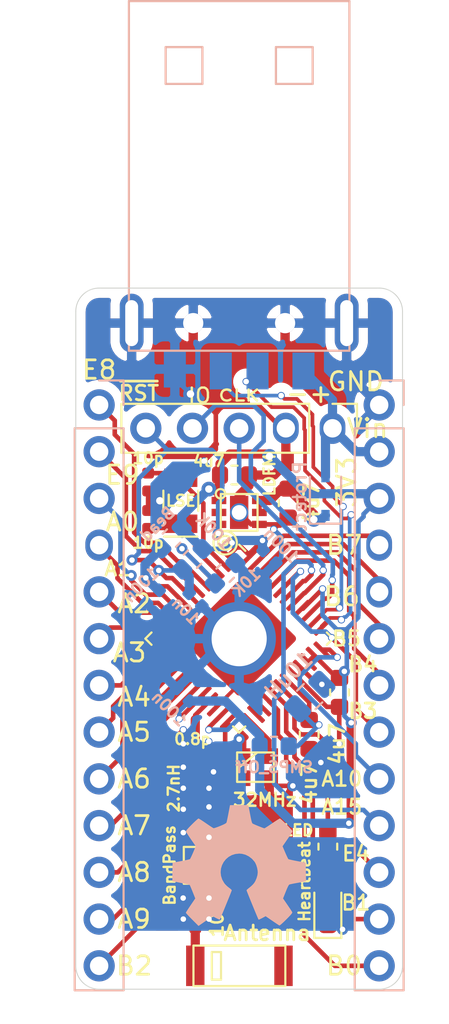
<source format=kicad_pcb>
(kicad_pcb (version 20221018) (generator pcbnew)
  (layers (0 "F.Cu" signal) (31 "B.Cu" signal) (34 "B.Paste" user) (35 "F.Paste" user) (36 "B.SilkS" user "B.Silkscreen") (37 "F.SilkS" user "F.Silkscreen") (38 "B.Mask" user) (39 "F.Mask" user) (44 "Edge.Cuts" user))
  (net 0 "")
  (net 1 "Net-(AE1-Pad1)")
  (net 2 "RF1")
  (net 3 "GND")
  (net 4 "Net-(C2-Pad2)")
  (net 5 "Net-(C3-Pad2)")
  (net 6 "VDD")
  (net 7 "Net-(C7-Pad2)")
  (net 8 "Net-(C8-Pad1)")
  (net 9 "Net-(C9-Pad2)")
  (net 10 "VAA")
  (net 11 "Net-(C12-Pad2)")
  (net 12 "~{RST}")
  (net 13 "VPP")
  (net 14 "SWCLK")
  (net 15 "SWDIO")
  (net 16 "USB_D-")
  (net 17 "USB_D+")
  (net 18 "B2")
  (net 19 "A9")
  (net 20 "A8")
  (net 21 "A7")
  (net 22 "A6")
  (net 23 "A5")
  (net 24 "A4")
  (net 25 "A3")
  (net 26 "A2")
  (net 27 "A1")
  (net 28 "A0")
  (net 29 "E8")
  (net 30 "E9")
  (net 31 "B7")
  (net 32 "B6")
  (net 33 "B5")
  (net 34 "B4")
  (net 35 "B3")
  (net 36 "A15")
  (net 37 "A10")
  (net 38 "E4")
  (net 39 "B1")
  (net 40 "B0")
  (net 41 "Net-(L3-Pad1)")
  (net 42 "BOOT0")
  (net 43 "Net-(U1-Pad24)")
  (net 44 "Net-(U1-Pad26)")
  (net 45 "Net-(U1-Pad27)")
  (net 46 "Net-(U2-Pad2)")
  (net 47 "Net-(U1-Pad25)")
  (net 48 "Net-(D2-Pad2)")
  (footprint "STM32WB55Cx_bb:AA029_BLE-WiFi_Antenna" (layer "F.Cu") (at 210.8327 114.3 -90)
    (fp_text reference "AE1")
    (fp_text value "Antenna")
  )
  (footprint "Capacitor_SMD:C_0603_1608Metric" (layer "F.Cu") (at 214.63 101.727 90)
    (fp_text reference "C7")
    (fp_text value "4u7")
  )
  (footprint "STM32WB55Cx_bb:QFN-48-1EP_7x7mm_P0.5mm_EP5.3x5.3mm" (layer "F.Cu") (at 210.82 96.52 -45)
    (fp_text reference "U1")
    (fp_text value "STM32WB55Cx")
  )
  (footprint "STM32WB55Cx_bb:NX2016_XTal" (layer "F.Cu") (at 211.709 103.505)
    (fp_text reference "Y2")
    (fp_text value "32MHz")
  )
  (footprint "Capacitor_SMD:C_0402_1005Metric" (layer "F.Cu") (at 205.867 90.043 -90)
    (fp_text reference "C9")
    (fp_text value "10p")
  )
  (footprint "STM32WB55Cx_bb:LFB21x_SG_Bandpass" (layer "F.Cu") (at 208.4324 108.839 -90)
    (fp_text reference "FL1")
    (fp_text value "BandPass")
  )
  (footprint "Inductor_SMD:L_0402_1005Metric" (layer "F.Cu") (at 208.4324 104.648 -90)
    (fp_text reference "L1")
    (fp_text value "2.7nH")
  )
  (footprint "Capacitor_SMD:C_0402_1005Metric" (layer "F.Cu") (at 208.4324 111.76 90)
    (fp_text reference "C12")
    (fp_text value "10n")
  )
  (footprint "Capacitor_SMD:C_0603_1608Metric" (layer "F.Cu") (at 213.487 89.154 90)
    (fp_text reference "C11")
    (fp_text value "4u7")
  )
  (footprint "Capacitor_SMD:C_0603_1608Metric" (layer "F.Cu") (at 210.566 87.63 180)
    (fp_text reference "C10")
    (fp_text value "4u7")
  )
  (footprint "STM32WB55Cx_bb:ST_LDFM_2x2DFN" (layer "F.Cu") (at 210.82 89.662)
    (fp_text reference "U2")
    (fp_text value "LDFM")
  )
  (footprint "Capacitor_SMD:C_0402_1005Metric" (layer "F.Cu") (at 205.867 88.011 -90)
    (fp_text reference "C8")
    (fp_text value "10p")
  )
  (footprint "Crystal:Crystal_SMD_EuroQuartz_EQ161-2Pin_3.2x1.5mm" (layer "F.Cu") (at 207.645 89.027 90)
    (fp_text reference "Y1")
    (fp_text value "LSE")
  )
  (footprint "Connector_PinHeader_2.54mm:PinHeader_1x05_P2.54mm_Vertical" (layer "F.Cu") (at 215.9 85.09 -90)
    (fp_text reference "J1")
    (fp_text value "Prog")
  )
  (footprint "Resistor_SMD:R_0603_1608Metric" (layer "F.Cu") (at 215.646 107.823 -90)
    (fp_text reference "R3")
    (fp_text value "RLED")
  )
  (footprint "LED_SMD:LED_0603_1608Metric_Pad1.05x0.95mm_HandSolder" (layer "F.Cu") (at 215.646 111.125 90)
    (fp_text reference "D2")
    (fp_text value "Heartbeat")
  )
  (footprint "Capacitor_SMD:C_0603_1608Metric" (layer "F.Cu") (at 216.281 99.441 90)
    (fp_text reference "C6")
    (fp_text value "4u7")
  )
  (footprint "Capacitor_SMD:C_0402_1005Metric" (layer "F.Cu") (at 208.915 102.87 180)
    (fp_text reference "C1")
    (fp_text value "0.8p")
  )
  (footprint "Capacitor_SMD:C_0402_1005Metric" (layer "F.Cu") (at 208.915 106.426 180)
    (fp_text reference "C2")
    (fp_text value "0.3p")
  )
  (footprint "Capacitor_SMD:C_0402_1005Metric" (layer "B.Cu") (at 212.471 92.075 -45)
    (fp_text reference "C5")
    (fp_text value "100n")
  )
  (footprint "Capacitor_SMD:C_0402_1005Metric" (layer "B.Cu") (at 207.772 99.568 -45)
    (fp_text reference "C4")
    (fp_text value "100n")
  )
  (footprint "Diode_SMD:D_SOD-323" (layer "B.Cu") (at 215.519 88.773 90)
    (fp_text reference "D1")
    (fp_text value "Protect")
  )
  (footprint "Resistor_SMD:R_0603_1608Metric" (layer "B.Cu") (at 210.058 92.964 -135)
    (fp_text reference "R1")
    (fp_text value "10K")
  )
  (footprint "Capacitor_SMD:C_0402_1005Metric" (layer "B.Cu") (at 206.121 94.234 45)
    (fp_text reference "C3")
    (fp_text value "100n")
  )
  (footprint "Resistor_SMD:R_0603_1608Metric" (layer "B.Cu") (at 207.137 91.059 -135)
    (fp_text reference "L2")
    (fp_text value "Bead")
  )
  (footprint "Capacitor_SMD:C_0402_1005Metric" (layer "B.Cu") (at 208.445053 94.399053 -45)
    (fp_text reference "C13")
    (fp_text value "10n")
  )
  (footprint "Connector_PinHeader_2.54mm:PinHeader_1x13_P2.54mm_Vertical" (layer "B.Cu") (at 203.2 83.82 180)
    (fp_text reference "J3")
    (fp_text value "GPIO1")
  )
  (footprint "Connector_PinHeader_2.54mm:PinHeader_1x13_P2.54mm_Vertical" (layer "B.Cu") (at 218.44 83.82 180)
    (fp_text reference "J4")
    (fp_text value "GPIO2")
  )
  (footprint "STM32WB55Cx_bb:USBA_Plug_Molex_480372200" (layer "B.Cu") (at 210.82 79.375)
    (fp_text reference "J2")
    (fp_text value "USB")
  )
  (footprint "Resistor_SMD:R_0603_1608Metric" (layer "B.Cu") (at 208.28 92.202 -135)
    (fp_text reference "R2")
    (fp_text value "100K")
  )
  (footprint "Inductor_SMD:L_0805_2012Metric" (layer "B.Cu") (at 214.657913 99.667087 -135)
    (fp_text reference "L3")
    (fp_text value "10uH")
  )
  (footprint "Resistor_SMD:R_0603_1608Metric" (layer "B.Cu") (at 212.725 102.362 180)
    (fp_text reference "JP1")
    (fp_text value "SMPS_Off")
  )
  (footprint "STM32WB55Cx_bb:oshw_logo" (layer "B.Cu") (at 210.82 108.839 180)
    (fp_text reference "G***" hide)
    (fp_text value "LOGO" hide)
  )
  (gr_circle (center 210.058 91.313) (end 209.423 91.313) (stroke (width 0.12)) (fill none) (layer "F.SilkS"))
  (gr_circle (center 209.804 88.646) (end 210.058 88.646) (stroke (width 0.12)) (fill none) (layer "F.SilkS"))
  (gr_circle (center 210.058 91.313) (end 209.677 91.313) (stroke (width 0.12)) (fill none) (layer "F.SilkS"))
  (gr_circle (center 210.058 91.313) (end 209.931 91.313) (stroke (width 0.12)) (fill none) (layer "F.SilkS"))
  (gr_line (start 218.44 115.57) (end 203.2 115.57) (stroke (width 0.05)) (layer "Edge.Cuts"))
  (gr_line (start 201.93 114.3) (end 201.93 78.74) (stroke (width 0.05)) (layer "Edge.Cuts"))
  (gr_line (start 219.71 78.74) (end 219.71 114.3) (stroke (width 0.05)) (layer "Edge.Cuts"))
  (gr_line (start 218.44 77.47) (end 203.2 77.47) (stroke (width 0.05)) (layer "Edge.Cuts"))
  (gr_arc (start 218.44 77.47) (mid 219.338026 77.841974) (end 219.71 78.74) (stroke (width 0.05)) (layer "Edge.Cuts"))
  (gr_arc (start 219.71 114.3) (mid 219.338026 115.198026) (end 218.44 115.57) (stroke (width 0.05)) (layer "Edge.Cuts"))
  (gr_arc (start 203.2 115.57) (mid 202.301974 115.198026) (end 201.93 114.3) (stroke (width 0.05)) (layer "Edge.Cuts"))
  (gr_arc (start 201.93 78.74) (mid 202.301974 77.841974) (end 203.2 77.47) (stroke (width 0.05)) (layer "Edge.Cuts"))
  (gr_text "B4" (at 217.551 97.917) (layer "F.SilkS") (effects (font (size 0.8 0.8))))
  (gr_text "A0" (at 204.47 90.17) (layer "F.SilkS") (effects (font (size 1 1))))
  (gr_text "3V3" (at 216.662 88.011 90) (layer "F.SilkS") (effects (font (size 1 1))))
  (gr_text "~{RST}" (at 205.359 83.185) (layer "F.SilkS") (effects (font (size 0.8 0.8))))
  (gr_text "B5" (at 216.662 96.52) (layer "F.SilkS") (effects (font (size 0.8 0.8) (thickness 0.14))))
  (gr_text "B1" (at 217.17 110.871) (layer "F.SilkS") (effects (font (size 0.8 0.8) (thickness 0.14))))
  (gr_text "A9" (at 205.105 111.76) (layer "F.SilkS") (effects (font (size 1 1))))
  (gr_text "CLK" (at 210.82 83.312) (layer "F.SilkS") (effects (font (size 0.6 0.8) (thickness 0.13))))
  (gr_text "A10" (at 216.408 104.14) (layer "F.SilkS") (effects (font (size 0.8 0.8) (thickness 0.14))))
  (gr_text "IO" (at 208.661 83.312) (layer "F.SilkS") (effects (font (size 0.8 0.8) (thickness 0.13))))
  (gr_text "A1" (at 204.216 92.71) (layer "F.SilkS") (effects (font (size 0.8 0.8) (thickness 0.14))))
  (gr_text "B2" (at 205.105 114.3) (layer "F.SilkS") (effects (font (size 1 1))))
  (gr_text "-" (at 213.995 83.185) (layer "F.SilkS") (effects (font (size 1 1))))
  (gr_text "B6" (at 216.408 94.234) (layer "F.SilkS") (effects (font (size 1 1))))
  (gr_text "A4" (at 205.105 99.695) (layer "F.SilkS") (effects (font (size 1 1))))
  (gr_text "B3" (at 217.551 100.457) (layer "F.SilkS") (effects (font (size 0.8 0.8))))
  (gr_text "A3" (at 204.851 97.282) (layer "F.SilkS") (effects (font (size 1 1))))
  (gr_text "A6" (at 205.105 104.14) (layer "F.SilkS") (effects (font (size 1 1))))
  (gr_text "E8" (at 203.2 81.915) (layer "F.SilkS") (effects (font (size 1 1))))
  (gr_text "E4" (at 217.17 108.204) (layer "F.SilkS") (effects (font (size 0.8 0.8) (thickness 0.14))))
  (gr_text "+" (at 215.265 83.185) (layer "F.SilkS") (effects (font (size 1 1))))
  (gr_text "A8" (at 205.105 109.22) (layer "F.SilkS") (effects (font (size 1 1))))
  (gr_text "E9" (at 204.47 87.63) (layer "F.SilkS") (effects (font (size 1 1))))
  (gr_text "A7" (at 205.105 106.68) (layer "F.SilkS") (effects (font (size 1 1))))
  (gr_text "A2" (at 205.105 94.615) (layer "F.SilkS") (effects (font (size 1 1))))
  (gr_text "B0" (at 216.535 114.3) (layer "F.SilkS") (effects (font (size 1 1))))
  (gr_text "A5" (at 205.105 101.6) (layer "F.SilkS") (effects (font (size 1 1))))
  (gr_text "Vin" (at 217.805 85.09) (layer "F.SilkS") (effects (font (size 1 1))))
  (gr_text "B7" (at 216.535 91.44) (layer "F.SilkS") (effects (font (size 1 1))))
  (gr_text "A15" (at 216.408 105.664) (layer "F.SilkS") (effects (font (size 0.8 0.8) (thickness 0.14))))
  (gr_text "GND" (at 217.17 82.55) (layer "F.SilkS") (effects (font (size 1 1))))
  (segment (start 208.4324 114.2997) (end 208.4327 114.3) (width 0.5) (layer "F.Cu") (net 1))
  (segment (start 208.4324 112.245) (end 208.4324 114.2997) (width 0.5) (layer "F.Cu") (net 1))
  (segment (start 208.43 102.87) (end 208.43 104.1606) (width 0.5) (layer "F.Cu") (net 2))
  (segment (start 208.43 100.9166) (end 208.43 100.677767) (width 0.25) (layer "F.Cu") (net 2))
  (segment (start 208.43 104.1606) (end 208.4324 104.163) (width 0.5) (layer "F.Cu") (net 2))
  (segment (start 208.43 102.87) (end 208.43 100.9166) (width 0.5) (layer "F.Cu") (net 2))
  (segment (start 208.43 100.677767) (end 209.193654 99.914113) (width 0.25) (layer "F.Cu") (net 2))
  (segment (start 211.92 90.312) (end 213.1165 90.312) (width 0.25) (layer "F.Cu") (net 3))
  (segment (start 209.423 103.759) (end 209.423 102.893) (width 0.25) (layer "F.Cu") (net 3))
  (segment (start 209.423 110.863) (end 210.033999 110.252001) (width 0.5) (layer "F.Cu") (net 3))
  (segment (start 212.701379 90.574621) (end 212.901378 90.374622) (width 0.25) (layer "F.Cu") (net 3))
  (segment (start 210.82 88.7385) (end 211.3535 88.205) (width 0.5) (layer "F.Cu") (net 3))
  (segment (start 207.518 101.854) (end 207.518 101.735) (width 0.25) (layer "F.Cu") (net 3))
  (segment (start 209.423 104.394) (end 209.423 103.759) (width 0.5) (layer "F.Cu") (net 3))
  (segment (start 208.57 83.225) (end 209.259999 83.914999) (width 0.25) (layer "F.Cu") (net 3))
  (segment (start 216.127394 112) (end 216.445818 112.318424) (width 0.25) (layer "F.Cu") (net 3))
  (segment (start 214.63 102.5145) (end 214.63 102.616) (width 0.25) (layer "F.Cu") (net 3))
  (segment (start 212.875 104.521) (end 212.459 104.105) (width 0.25) (layer "F.Cu") (net 3))
  (segment (start 205.867 88.496) (end 205.867 89.027) (width 0.25) (layer "F.Cu") (net 3))
  (segment (start 214.63 102.616) (end 215.265 103.251) (width 0.25) (layer "F.Cu") (net 3))
  (segment (start 210.959 102.12) (end 210.82 101.981) (width 0.25) (layer "F.Cu") (net 3))
  (segment (start 216.266 100.2435) (end 216.281 100.2285) (width 0.25) (layer "F.Cu") (net 3))
  (segment (start 209.177 111.76) (end 209.423 111.514) (width 0.25) (layer "F.Cu") (net 3))
  (segment (start 208.57 83.225) (end 208.17 83.225) (width 0.25) (layer "F.Cu") (net 3))
  (segment (start 209.55 86.233) (end 209.55 84.205) (width 0.25) (layer "F.Cu") (net 3))
  (segment (start 208.915 86.868) (end 209.55 86.233) (width 0.25) (layer "F.Cu") (net 3))
  (segment (start 210.033999 110.252001) (end 210.033999 105.004999) (width 0.5) (layer "F.Cu") (net 3))
  (segment (start 212.725 87.63) (end 213.36 86.995) (width 0.5) (layer "F.Cu") (net 3))
  (segment (start 211.958945 83.914999) (end 213.133946 85.09) (width 0.25) (layer "F.Cu") (net 3))
  (segment (start 212.901378 90.374622) (end 213.053878 90.374622) (width 0.25) (layer "F.Cu") (net 3))
  (segment (start 209.55 84.205) (end 209.259999 83.914999) (width 0.25) (layer "F.Cu") (net 3))
  (segment (start 213.36 85.09) (end 213.36 86.995) (width 0.5) (layer "F.Cu") (net 3))
  (segment (start 211.92 90.312) (end 211.47 90.312) (width 0.25) (layer "F.Cu") (net 3))
  (segment (start 211.3535 87.63) (end 212.725 87.63) (width 0.5) (layer "F.Cu") (net 3))
  (segment (start 207.07701 110.55701) (end 207.07701 102.29499) (width 0.5) (layer "F.Cu") (net 3))
  (segment (start 210.82 98.994874) (end 210.82 96.52) (width 0.2) (layer "F.Cu") (net 3))
  (segment (start 207.518 110.871) (end 207.772 110.617) (width 0.25) (layer "F.Cu") (net 3))
  (segment (start 209.259999 83.914999) (end 211.958945 83.914999) (width 0.25) (layer "F.Cu") (net 3))
  (segment (start 209.547208 100.267666) (end 210.82 98.994874) (width 0.2) (layer "F.Cu") (net 3))
  (segment (start 209.423 110.863) (end 209.177 110.617) (width 0.25) (layer "F.Cu") (net 3))
  (segment (start 213.36 85.09) (end 213.36 85.6235) (width 0.5) (layer "F.Cu") (net 3))
  (segment (start 211.47 90.312) (end 210.82 89.662) (width 0.25) (layer "F.Cu") (net 3))
  (segment (start 205.867 89.027) (end 205.867 89.535) (width 0.25) (layer "F.Cu") (net 3))
  (segment (start 211.3535 88.205) (end 211.3535 87.63) (width 0.5) (layer "F.Cu") (net 3))
  (segment (start 207.518 101.735) (end 207.78 101.473) (width 0.25) (layer "F.Cu") (net 3))
  (segment (start 215.58916 100.2285) (end 216.281 100.2285) (width 0.25) (layer "F.Cu") (net 3))
  (segment (start 213.053878 90.374622) (end 213.1165 90.312) (width 0.25) (layer "F.Cu") (net 3))
  (segment (start 213.741 104.521) (end 212.875 104.521) (width 0.25) (layer "F.Cu") (net 3))
  (segment (start 210.033999 105.004999) (end 209.423 104.394) (width 0.5) (layer "F.Cu") (net 3))
  (segment (start 215.646 112) (end 216.127394 112) (width 0.25) (layer "F.Cu") (net 3))
  (segment (start 207.391 110.871) (end 207.07701 110.55701) (width 0.5) (layer "F.Cu") (net 3))
  (segment (start 209.423 102.893) (end 209.4 102.87) (width 0.25) (layer "F.Cu") (net 3))
  (segment (start 210.959 102.905) (end 210.959 102.12) (width 0.25) (layer "F.Cu") (net 3))
  (segment (start 213.1165 90.312) (end 213.487 89.9415) (width 0.25) (layer "F.Cu") (net 3))
  (segment (start 207.518 111.498) (end 207.518 110.871) (width 0.25) (layer "F.Cu") (net 3))
  (segment (start 216.266 102.235) (end 216.266 100.2435) (width 0.25) (layer "F.Cu") (net 3))
  (segment (start 213.133946 85.09) (end 213.36 85.09) (width 0.25) (layer "F.Cu") (net 3))
  (segment (start 210.82 89.662) (end 210.82 88.7385) (width 0.5) (layer "F.Cu") (net 3))
  (segment (start 207.78 111.76) (end 207.518 111.498) (width 0.25) (layer "F.Cu") (net 3))
  (segment (start 207.07701 102.29499) (end 207.518 101.854) (width 0.5) (layer "F.Cu") (net 3))
  (segment (start 207.518 110.871) (end 207.391 110.871) (width 0.5) (layer "F.Cu") (net 3))
  (segment (start 205.867 89.027) (end 206.502 89.027) (width 0.25) (layer "F.Cu") (net 3))
  (segment (start 209.423 111.514) (end 209.423 110.863) (width 0.25) (layer "F.Cu") (net 3))
  (segment (start 213.860559 98.499899) (end 215.58916 100.2285) (width 0.25) (layer "F.Cu") (net 3))
  (via (at 209.177 111.76) (size 0.4) (drill 0.3) (layers "F.Cu" "B.Cu") (net 3))
  (via (at 207.772 110.617) (size 0.4) (drill 0.3) (layers "F.Cu" "B.Cu") (net 3))
  (via (at 212.701379 90.574621) (size 0.4) (drill 0.3) (layers "F.Cu" "B.Cu") (net 3))
  (via (at 208.915 86.868) (size 0.4) (drill 0.3) (layers "F.Cu" "B.Cu") (net 3))
  (via (at 209.177 107.315) (size 0.4) (drill 0.3) (layers "F.Cu" "B.Cu") (net 3))
  (via (at 209.177 104.648) (size 0.4) (drill 0.3) (layers "F.Cu" "B.Cu") (net 3))
  (via (at 207.78 111.76) (size 0.4) (drill 0.3) (layers "F.Cu" "B.Cu") (net 3))
  (via (at 213.741 104.521) (size 0.6) (drill 0.3) (layers "F.Cu" "B.Cu") (net 3))
  (via (at 207.78 101.473) (size 0.4) (drill 0.3) (layers "F.Cu" "B.Cu") (net 3))
  (via (at 207.78 104.648) (size 0.4) (drill 0.3) (layers "F.Cu" "B.Cu") (net 3))
  (via (at 209.177 110.617) (size 0.4) (drill 0.3) (layers "F.Cu" "B.Cu") (net 3))
  (via (at 208.17 83.225) (size 0.8) (drill 0.4) (layers "F.Cu" "B.Cu") (net 3))
  (via (at 210.82 101.981) (size 0.6) (drill 0.3) (layers "F.Cu" "B.Cu") (net 3))
  (via (at 215.265 103.251) (size 0.6) (drill 0.3) (layers "F.Cu" "B.Cu") (net 3))
  (via (at 209.169 102.108) (size 0.4) (drill 0.3) (layers "F.Cu" "B.Cu") (net 3))
  (via (at 209.423 103.759) (size 0.6) (drill 0.3) (layers "F.Cu" "B.Cu") (net 3))
  (via (at 216.445818 112.318424) (size 0.6) (drill 0.3) (layers "F.Cu" "B.Cu") (net 3))
  (via (at 207.78 107.061) (size 0.4) (drill 0.3) (layers "F.Cu" "B.Cu") (net 3))
  (via (at 207.78 103.505) (size 0.4) (drill 0.3) (layers "F.Cu" "B.Cu") (net 3))
  (via (at 209.177 105.664) (size 0.4) (drill 0.3) (layers "F.Cu" "B.Cu") (net 3))
  (via (at 207.78 105.791) (size 0.4) (drill 0.3) (layers "F.Cu" "B.Cu") (net 3))
  (via (at 216.266 102.235) (size 0.4) (drill 0.3) (layers "F.Cu" "B.Cu") (net 3))
  (via (at 206.502 89.027) (size 0.8) (drill 0.4) (layers "F.Cu" "B.Cu") (net 3))
  (via (at 207.78 102.235) (size 0.4) (drill 0.3) (layers "F.Cu" "B.Cu") (net 3))
  (segment (start 210.614847 92.407153) (end 211.021433 92.813739) (width 0.5) (layer "B.Cu") (net 3))
  (segment (start 213.110931 92.120963) (end 213.110931 90.984173) (width 0.25) (layer "B.Cu") (net 3))
  (segment (start 215.265 103.251) (end 215.265 103.236) (width 0.25) (layer "B.Cu") (net 3))
  (segment (start 215.265 103.251) (end 215.011 103.251) (width 0.25) (layer "B.Cu") (net 3))
  (segment (start 213.110931 90.984173) (end 212.701379 90.574621) (width 0.25) (layer "B.Cu") (net 3))
  (segment (start 216.445818 111.89416) (end 216.408 111.856342) (width 0.25) (layer "B.Cu") (net 3))
  (segment (start 210.82 96.52) (end 210.82 94.411894) (width 0.5) (layer "B.Cu") (net 3))
  (segment (start 212.813947 92.417947) (end 213.110931 92.120963) (width 0.25) (layer "B.Cu") (net 3))
  (segment (start 210.82 101.981) (end 210.82 102.362) (width 0.25) (layer "B.Cu") (net 3))
  (segment (start 210.82 96.52) (end 210.566 96.52) (width 0.5) (layer "B.Cu") (net 3))
  (segment (start 206.502 89.027) (end 208.661 86.868) (width 0.25) (layer "B.Cu") (net 3))
  (segment (start 211.035947 94.195947) (end 212.813947 92.417947) (width 0.5) (layer "B.Cu") (net 3))
  (segment (start 210.566 96.52) (end 208.788 94.742) (width 0.5) (layer "B.Cu") (net 3))
  (segment (start 211.021433 94.181433) (end 211.035947 94.195947) (width 0.5) (layer "B.Cu") (net 3))
  (segment (start 215.011 103.251) (end 213.741 104.521) (width 0.25) (layer "B.Cu") (net 3))
  (segment (start 216.445818 112.318424) (end 216.445818 111.89416) (width 0.25) (layer "B.Cu") (net 3))
  (segment (start 211.021433 92.813739) (end 211.021433 94.181433) (width 0.5) (layer "B.Cu") (net 3))
  (segment (start 208.661 86.868) (end 208.915 86.868) (width 0.25) (layer "B.Cu") (net 3))
  (segment (start 207.32 82.375) (end 208.17 83.225) (width 0.25) (layer "B.Cu") (net 3))
  (segment (start 210.134106 96.52) (end 210.82 96.52) (width 0.5) (layer "B.Cu") (net 3))
  (segment (start 215.265 103.236) (end 216.266 102.235) (width 0.25) (layer "B.Cu") (net 3))
  (segment (start 210.82 94.411894) (end 211.035947 94.195947) (width 0.5) (layer "B.Cu") (net 3))
  (segment (start 207.32 81.875) (end 207.32 82.375) (width 0.25) (layer "B.Cu") (net 3))
  (segment (start 210.82 102.362) (end 209.423 103.759) (width 0.25) (layer "B.Cu") (net 3))
  (segment (start 207.429053 99.225053) (end 210.134106 96.52) (width 0.5) (layer "B.Cu") (net 3))
  (segment (start 208.43 106.426) (end 208.43 107.6866) (width 0.5) (layer "F.Cu") (net 4))
  (segment (start 208.43 107.6866) (end 208.4324 107.689) (width 0.5) (layer "F.Cu") (net 4))
  (segment (start 208.4324 106.4236) (end 208.43 106.426) (width 0.5) (layer "F.Cu") (net 4))
  (segment (start 208.4324 105.133) (end 208.4324 106.4236) (width 0.5) (layer "F.Cu") (net 4))
  (segment (start 207.779441 94.540101) (end 206.91837 93.67903) (width 0.25) (layer "F.Cu") (net 5))
  (segment (start 206.91837 93.67903) (end 206.20103 93.67903) (width 0.25) (layer "F.Cu") (net 5))
  (segment (start 206.20103 93.67903) (end 205.74 93.218) (width 0.25) (layer "F.Cu") (net 5))
  (via (at 205.74 93.218) (size 0.6) (drill 0.3) (layers "F.Cu" "B.Cu") (net 5))
  (segment (start 205.74 93.217298) (end 205.694682 93.17198) (width 0.5) (layer "B.Cu") (net 5))
  (segment (start 206.413053 93.891053) (end 206.463947 93.891053) (width 0.5) (layer "B.Cu") (net 5))
  (segment (start 205.74 93.218) (end 206.413053 93.891053) (width 0.5) (layer "B.Cu") (net 5))
  (segment (start 205.694682 93.17198) (end 205.694682 92.501318) (width 0.5) (layer "B.Cu") (net 5))
  (segment (start 205.74 93.218) (end 205.74 93.217298) (width 0.5) (layer "B.Cu") (net 5))
  (segment (start 205.694682 92.501318) (end 205.867 92.329) (width 0.5) (layer "B.Cu") (net 5))
  (segment (start 206.580153 91.615847) (end 205.867 92.329) (width 0.5) (layer "B.Cu") (net 5))
  (segment (start 209.253 88.476) (end 209.169 88.392) (width 0.5) (layer "F.Cu") (net 6))
  (segment (start 209.7785 87.63) (end 209.7785 88.205) (width 0.5) (layer "F.Cu") (net 6))
  (segment (start 210.312 86.487) (end 212.344 86.487) (width 0.5) (layer "F.Cu") (net 6))
  (segment (start 209.72 88.476) (end 209.72 88.222) (width 0.5) (layer "F.Cu") (net 6))
  (segment (start 209.7785 88.205) (end 209.72 88.2635) (width 0.5) (layer "F.Cu") (net 6))
  (segment (start 209.72 89.012) (end 209.72 88.75504) (width 0.25) (layer "F.Cu") (net 6))
  (segment (start 209.72 88.75504) (end 209.72 88.476) (width 0.5) (layer "F.Cu") (net 6))
  (segment (start 210.958169 91.567) (end 211.421041 92.029872) (width 0.25) (layer "F.Cu") (net 6))
  (segment (start 214.284026 94.893654) (end 215.35834 93.81934) (width 0.25) (layer "F.Cu") (net 6))
  (segment (start 216.916 106.426) (end 216.789 106.553) (width 0.5) (layer "F.Cu") (net 6))
  (segment (start 210.681831 91.567) (end 210.958169 91.567) (width 0.25) (layer "F.Cu") (net 6))
  (segment (start 216.545 98.3895) (end 216.281 98.6535) (width 0.25) (layer "F.Cu") (net 6))
  (segment (start 210.681831 91.555831) (end 210.439 91.313) (width 0.25) (layer "F.Cu") (net 6))
  (segment (start 216.13548 98.6535) (end 214.921219 97.439239) (width 0.25) (layer "F.Cu") (net 6))
  (segment (start 209.72 88.2635) (end 209.72 88.476) (width 0.5) (layer "F.Cu") (net 6))
  (segment (start 208.840101 99.560559) (end 208.840101 99.595917) (width 0.25) (layer "F.Cu") (net 6))
  (segment (start 214.921219 97.439239) (end 214.567666 97.792792) (width 0.25) (layer "F.Cu") (net 6))
  (segment (start 214.214113 94.893654) (end 214.284026 94.893654) (width 0.25) (layer "F.Cu") (net 6))
  (segment (start 209.72 88.476) (end 209.253 88.476) (width 0.5) (layer "F.Cu") (net 6))
  (segment (start 209.169 101.35298) (end 209.169 101.473) (width 0.25) (layer "F.Cu") (net 6))
  (segment (start 212.344 86.487) (end 212.471 86.614) (width 0.5) (layer "F.Cu") (net 6))
  (segment (start 216.281 98.6535) (end 216.13548 98.6535) (width 0.25) (layer "F.Cu") (net 6))
  (segment (start 211.421041 91.854959) (end 212.09 91.186) (width 0.25) (layer "F.Cu") (net 6))
  (segment (start 210.681831 91.567) (end 210.681831 91.555831) (width 0.25) (layer "F.Cu") (net 6))
  (segment (start 209.7785 87.63) (end 209.7785 87.0205) (width 0.5) (layer "F.Cu") (net 6))
  (segment (start 210.218959 92.029872) (end 210.681831 91.567) (width 0.25) (layer "F.Cu") (net 6))
  (segment (start 209.7785 87.0205) (end 210.312 86.487) (width 0.5) (layer "F.Cu") (net 6))
  (segment (start 211.421041 92.029872) (end 211.421041 91.854959) (width 0.25) (layer "F.Cu") (net 6))
  (segment (start 209.900761 100.621219) (end 209.169 101.35298) (width 0.25) (layer "F.Cu") (net 6))
  (segment (start 208.840101 99.595917) (end 207.558009 100.878009) (width 0.25) (layer "F.Cu") (net 6))
  (segment (start 216.916 101.092) (end 216.916 106.426) (width 0.5) (layer "F.Cu") (net 6))
  (segment (start 216.545 98.298) (end 216.545 98.3895) (width 0.25) (layer "F.Cu") (net 6))
  (via (at 207.558009 100.878009) (size 0.4) (drill 0.3) (layers "F.Cu" "B.Cu") (net 6))
  (via (at 209.169 88.392) (size 0.8) (drill 0.4) (layers "F.Cu" "B.Cu") (net 6))
  (via (at 216.789 106.553) (size 0.6) (drill 0.3) (layers "F.Cu" "B.Cu") (net 6))
  (via (at 212.09 91.186) (size 0.6) (drill 0.3) (layers "F.Cu" "B.Cu") (net 6))
  (via (at 209.169 101.473) (size 0.4) (drill 0.3) (layers "F.Cu" "B.Cu") (net 6))
  (via (at 216.545 98.298) (size 0.6) (drill 0.3) (layers "F.Cu" "B.Cu") (net 6))
  (via (at 212.471 86.614) (size 0.8) (drill 0.4) (layers "F.Cu" "B.Cu") (net 6))
  (via (at 210.439 91.313) (size 0.6) (drill 0.3) (layers "F.Cu" "B.Cu") (net 6))
  (via (at 215.35834 93.81934) (size 0.4) (drill 0.3) (layers "F.Cu" "B.Cu") (net 6))
  (via (at 216.916 101.092) (size 0.6) (drill 0.3) (layers "F.Cu" "B.Cu") (net 6))
  (segment (start 215.35834 93.81934) (end 215.35834 95.247031) (width 0.25) (layer "B.Cu") (net 6))
  (segment (start 208.586979 99.910947) (end 208.114947 99.910947) (width 0.5) (layer "B.Cu") (net 6))
  (segment (start 216.789 106.553) (end 213.741 106.553) (width 0.5) (layer "B.Cu") (net 6))
  (segment (start 214.503 88.646) (end 218.186 88.646) (width 0.5) (layer "B.Cu") (net 6))
  (segment (start 215.35834 95.247031) (end 216.131853 96.020544) (width 0.25) (layer "B.Cu") (net 6))
  (segment (start 210.90425 100.75375) (end 210.061447 99.910947) (width 0.5) (layer "B.Cu") (net 6))
  (segment (start 216.679001 98.163999) (end 216.545 98.298) (width 0.25) (layer "B.Cu") (net 6))
  (segment (start 216.545 100.721) (end 216.916 101.092) (width 0.25) (layer "B.Cu") (net 6))
  (segment (start 216.679001 96.046089) (end 216.679001 98.163999) (width 0.25) (layer "B.Cu") (net 6))
  (segment (start 212.09 91.186) (end 210.566 91.186) (width 0.5) (layer "B.Cu") (net 6))
  (segment (start 217.308865 90.173137) (end 217.590001 89.892001) (width 0.25) (layer "B.Cu") (net 6))
  (segment (start 217.590001 89.892001) (end 217.590001 89.749999) (width 0.25) (layer "B.Cu") (net 6))
  (segment (start 211.9375 101.787) (end 210.90425 100.75375) (width 0.5) (layer "B.Cu") (net 6))
  (segment (start 218.059 88.9) (end 218.44 88.9) (width 0.5) (layer "B.Cu") (net 6))
  (segment (start 207.693847 89.867153) (end 209.169 88.392) (width 0.5) (layer "B.Cu") (net 6))
  (segment (start 216.131853 96.020544) (end 216.653456 96.020544) (width 0.25) (layer "B.Cu") (net 6))
  (segment (start 212.471 86.614) (end 214.503 88.646) (width 0.5) (layer "B.Cu") (net 6))
  (segment (start 208.836847 91.645153) (end 207.693847 90.502153) (width 0.5) (layer "B.Cu") (net 6))
  (segment (start 217.932 88.9) (end 218.44 88.9) (width 0.5) (layer "B.Cu") (net 6))
  (segment (start 207.558009 100.467885) (end 208.114947 99.910947) (width 0.25) (layer "B.Cu") (net 6))
  (segment (start 209.169 101.473) (end 210.185 101.473) (width 0.25) (layer "B.Cu") (net 6))
  (segment (start 217.297 95.377) (end 217.297 95.273453) (width 0.25) (layer "B.Cu") (net 6))
  (segment (start 212.09 91.186) (end 212.09 91.694) (width 0.5) (layer "B.Cu") (net 6))
  (segment (start 207.693847 90.502153) (end 207.693847 89.867153) (width 0.5) (layer "B.Cu") (net 6))
  (segment (start 216.545 98.298) (end 216.545 100.721) (width 0.25) (layer "B.Cu") (net 6))
  (segment (start 210.566 91.186) (end 210.439 91.313) (width 0.5) (layer "B.Cu") (net 6))
  (segment (start 211.9375 103.4795) (end 211.9375 102.362) (width 0.5) (layer "B.Cu") (net 6))
  (segment (start 210.439 91.313) (end 210.106847 91.645153) (width 0.25) (layer "B.Cu") (net 6))
  (segment (start 217.297 95.273453) (end 217.308865 95.261588) (width 0.25) (layer "B.Cu") (net 6))
  (segment (start 217.590001 89.749999) (end 218.44 88.9) (width 0.25) (layer "B.Cu") (net 6))
  (segment (start 211.9375 104.7495) (end 211.9375 103.4795) (width 0.5) (layer "B.Cu") (net 6))
  (segment (start 217.308865 95.261588) (end 217.308865 90.173137) (width 0.25) (layer "B.Cu") (net 6))
  (segment (start 216.653456 96.020544) (end 217.297 95.377) (width 0.25) (layer "B.Cu") (net 6))
  (segment (start 216.653456 96.020544) (end 216.679001 96.046089) (width 0.25) (layer "B.Cu") (net 6))
  (segment (start 210.106847 91.645153) (end 208.836847 91.645153) (width 0.25) (layer "B.Cu") (net 6))
  (segment (start 213.741 106.553) (end 211.9375 104.7495) (width 0.5) (layer "B.Cu") (net 6))
  (segment (start 211.9375 102.362) (end 211.9375 101.787) (width 0.5) (layer "B.Cu") (net 6))
  (segment (start 207.558009 100.878009) (end 207.558009 100.467885) (width 0.25) (layer "B.Cu") (net 6))
  (segment (start 210.061447 99.910947) (end 208.586979 99.910947) (width 0.5) (layer "B.Cu") (net 6))
  (segment (start 210.185 101.473) (end 210.90425 100.75375) (width 0.25) (layer "B.Cu") (net 6))
  (segment (start 218.186 88.646) (end 218.44 88.9) (width 0.5) (layer "B.Cu") (net 6))
  (segment (start 212.09 91.694) (end 212.128053 91.732053) (width 0.5) (layer "B.Cu") (net 6))
  (segment (start 213.507006 98.853452) (end 214.63 99.976446) (width 0.25) (layer "F.Cu") (net 7))
  (segment (start 214.63 99.976446) (end 214.63 100.9395) (width 0.25) (layer "F.Cu") (net 7))
  (segment (start 215.156827 101.206732) (end 214.897232 101.206732) (width 0.25) (layer "F.Cu") (net 7))
  (segment (start 214.897232 101.206732) (end 214.63 100.9395) (width 0.25) (layer "F.Cu") (net 7))
  (via (at 215.156827 101.206732) (size 0.4) (drill 0.3) (layers "F.Cu" "B.Cu") (net 7))
  (segment (start 215.156827 101.206732) (end 214.871732 101.206732) (width 0.25) (layer "B.Cu") (net 7))
  (segment (start 214.001559 102.362) (end 215.156827 101.206732) (width 0.25) (layer "B.Cu") (net 7))
  (segment (start 214.871732 101.206732) (end 213.995 100.33) (width 0.25) (layer "B.Cu") (net 7))
  (segment (start 213.5125 102.362) (end 214.001559 102.362) (width 0.25) (layer "B.Cu") (net 7))
  (segment (start 207.394 87.526) (end 207.645 87.777) (width 0.25) (layer "F.Cu") (net 8))
  (segment (start 205.867 87.526) (end 207.394 87.526) (width 0.25) (layer "F.Cu") (net 8))
  (segment (start 208.870001 89.166003) (end 207.645 87.941002) (width 0.25) (layer "F.Cu") (net 8))
  (segment (start 208.870001 91.388021) (end 208.870001 89.166003) (width 0.25) (layer "F.Cu") (net 8))
  (segment (start 209.900761 92.418781) (end 208.870001 91.388021) (width 0.25) (layer "F.Cu") (net 8))
  (segment (start 207.645 87.941002) (end 207.645 87.777) (width 0.25) (layer "F.Cu") (net 8))
  (segment (start 209.547208 92.772334) (end 208.419992 91.645118) (width 0.25) (layer "F.Cu") (net 9))
  (segment (start 208.419992 91.051992) (end 207.645 90.277) (width 0.25) (layer "F.Cu") (net 9))
  (segment (start 208.419992 91.645118) (end 208.419992 91.051992) (width 0.25) (layer "F.Cu") (net 9))
  (segment (start 207.417 90.505) (end 207.645 90.277) (width 0.25) (layer "F.Cu") (net 9))
  (segment (start 205.867 90.505) (end 207.417 90.505) (width 0.25) (layer "F.Cu") (net 9))
  (segment (start 214.884 89.7635) (end 214.884 90.043) (width 0.5) (layer "F.Cu") (net 10))
  (segment (start 211.92 89.662) (end 211.92 89.012) (width 0.25) (layer "F.Cu") (net 10))
  (segment (start 213.487 88.3665) (end 214.884 89.7635) (width 0.5) (layer "F.Cu") (net 10))
  (segment (start 213.487 88.3665) (end 213.1315 88.3665) (width 0.5) (layer "F.Cu") (net 10))
  (segment (start 212.486 89.012) (end 211.92 89.012) (width 0.5) (layer "F.Cu") (net 10))
  (segment (start 213.1315 88.3665) (end 212.486 89.012) (width 0.5) (layer "F.Cu") (net 10))
  (via (at 214.884 90.043) (size 0.8) (drill 0.4) (layers "F.Cu" "B.Cu") (net 10))
  (segment (start 214.884 90.043) (end 215.299 90.043) (width 0.5) (layer "B.Cu") (net 10))
  (segment (start 215.299 90.043) (end 215.519 89.823) (width 0.5) (layer "B.Cu") (net 10))
  (segment (start 208.4324 109.989) (end 208.4324 111.275) (width 0.5) (layer "F.Cu") (net 11))
  (segment (start 205.883818 92.251114) (end 204.987647 92.251114) (width 0.25) (layer "F.Cu") (net 12))
  (segment (start 209.72 90.762) (end 209.677 90.805) (width 0.25) (layer "F.Cu") (net 12))
  (segment (start 206.861724 93.22902) (end 206.444683 92.811979) (width 0.25) (layer "F.Cu") (net 12))
  (segment (start 208.132994 94.186548) (end 207.175466 93.22902) (width 0.25) (layer "F.Cu") (net 12))
  (segment (start 206.444683 92.811979) (end 205.883818 92.251114) (width 0.25) (layer "F.Cu") (net 12))
  (segment (start 209.72 90.312) (end 209.72 90.762) (width 0.25) (layer "F.Cu") (net 12))
  (segment (start 207.175466 93.22902) (end 206.861724 93.22902) (width 0.25) (layer "F.Cu") (net 12))
  (via (at 209.677 90.805) (size 0.6) (drill 0.3) (layers "F.Cu" "B.Cu") (net 12))
  (via (at 204.987647 92.251114) (size 0.6) (drill 0.3) (layers "F.Cu" "B.Cu") (net 12))
  (via (at 206.444683 92.811979) (size 0.6) (drill 0.3) (layers "F.Cu" "B.Cu") (net 12))
  (segment (start 206.915001 86.265001) (end 205.74 85.09) (width 0.25) (layer "B.Cu") (net 12))
  (segment (start 205.359 87.821002) (end 205.359 91.879761) (width 0.25) (layer "B.Cu") (net 12))
  (segment (start 208.102106 94.056106) (end 208.102106 93.1378) (width 0.5) (layer "B.Cu") (net 12))
  (segment (start 207.670021 92.811979) (end 207.723153 92.758847) (width 0.25) (layer "B.Cu") (net 12))
  (segment (start 209.894001 86.831001) (end 209.328001 86.265001) (width 0.25) (layer "B.Cu") (net 12))
  (segment (start 209.328001 86.265001) (end 206.915001 86.265001) (width 0.25) (layer "B.Cu") (net 12))
  (segment (start 209.677 89.154) (end 209.894001 88.936999) (width 0.25) (layer "B.Cu") (net 12))
  (segment (start 207.674306 92.71) (end 207.723153 92.758847) (width 0.25) (layer "B.Cu") (net 12))
  (segment (start 209.894001 88.936999) (end 209.894001 86.831001) (width 0.25) (layer "B.Cu") (net 12))
  (segment (start 206.915001 86.265001) (end 205.359 87.821002) (width 0.25) (layer "B.Cu") (net 12))
  (segment (start 208.102106 93.1378) (end 207.723153 92.758847) (width 0.5) (layer "B.Cu") (net 12))
  (segment (start 209.677 90.805) (end 209.677 89.154) (width 0.25) (layer "B.Cu") (net 12))
  (segment (start 206.444683 92.811979) (end 207.670021 92.811979) (width 0.25) (layer "B.Cu") (net 12))
  (segment (start 205.359 91.879761) (end 204.987647 92.251114) (width 0.25) (layer "B.Cu") (net 12))
  (segment (start 215.519 87.723) (end 215.519 85.471) (width 0.5) (layer "B.Cu") (net 13))
  (segment (start 215.9 83.555) (end 214.32 81.975) (width 0.5) (layer "B.Cu") (net 13))
  (segment (start 218.44 86.36) (end 217.17 86.36) (width 0.5) (layer "B.Cu") (net 13))
  (segment (start 215.9 85.09) (end 215.9 83.555) (width 0.5) (layer "B.Cu") (net 13))
  (segment (start 215.519 85.471) (end 215.9 85.09) (width 0.5) (layer "B.Cu") (net 13))
  (segment (start 217.17 86.36) (end 215.9 85.09) (width 0.5) (layer "B.Cu") (net 13))
  (segment (start 215.392 93.043216) (end 215.392 92.80703) (width 0.25) (layer "F.Cu") (net 14))
  (segment (start 213.860559 94.540101) (end 214.355533 94.045127) (width 0.25) (layer "F.Cu") (net 14))
  (segment (start 214.355533 94.045127) (end 214.390089 94.045127) (width 0.25) (layer "F.Cu") (net 14))
  (segment (start 214.390089 94.045127) (end 215.392 93.043216) (width 0.25) (layer "F.Cu") (net 14))
  (via (at 215.392 92.80703) (size 0.4) (drill 0.3) (layers "F.Cu" "B.Cu") (net 14))
  (segment (start 215.392 92.522778) (end 210.82 87.950778) (width 0.25) (layer "B.Cu") (net 14))
  (segment (start 215.392 92.80703) (end 215.392 92.522778) (width 0.25) (layer "B.Cu") (net 14))
  (segment (start 210.82 87.950778) (end 210.82 85.09) (width 0.25) (layer "B.Cu") (net 14))
  (segment (start 214.567666 95.247208) (end 215.470533 94.344341) (width 0.25) (layer "F.Cu") (net 15))
  (segment (start 215.470533 94.344341) (end 215.610341 94.344341) (width 0.25) (layer "F.Cu") (net 15))
  (segment (start 215.883854 94.070828) (end 215.883854 93.345) (width 0.25) (layer "F.Cu") (net 15))
  (segment (start 215.610341 94.344341) (end 215.883854 94.070828) (width 0.25) (layer "F.Cu") (net 15))
  (via (at 215.883854 93.345) (size 0.4) (drill 0.3) (layers "F.Cu" "B.Cu") (net 15))
  (segment (start 212.1535 85.7885) (end 212.1535 84.3915) (width 0.25) (layer "B.Cu") (net 15))
  (segment (start 215.883854 93.062158) (end 215.917001 93.029011) (width 0.25) (layer "B.Cu") (net 15))
  (segment (start 215.883854 93.345) (end 215.883854 93.062158) (width 0.25) (layer "B.Cu") (net 15))
  (segment (start 215.917001 92.346001) (end 211.455 87.884) (width 0.25) (layer "B.Cu") (net 15))
  (segment (start 212.1535 84.3915) (end 211.599001 83.837001) (width 0.25) (layer "B.Cu") (net 15))
  (segment (start 209.532999 83.837001) (end 209.129999 84.240001) (width 0.25) (layer "B.Cu") (net 15))
  (segment (start 211.455 87.884) (end 211.455 86.487) (width 0.25) (layer "B.Cu") (net 15))
  (segment (start 215.917001 93.029011) (end 215.917001 92.346001) (width 0.25) (layer "B.Cu") (net 15))
  (segment (start 209.129999 84.240001) (end 208.28 85.09) (width 0.25) (layer "B.Cu") (net 15))
  (segment (start 211.455 86.487) (end 212.1535 85.7885) (width 0.25) (layer "B.Cu") (net 15))
  (segment (start 211.599001 83.837001) (end 209.532999 83.837001) (width 0.25) (layer "B.Cu") (net 15))
  (segment (start 214.36001 85.13821) (end 214.36001 84.525783) (width 0.2) (layer "F.Cu") (net 16))
  (segment (start 214.405 85.1832) (end 214.36001 85.13821) (width 0.2) (layer "F.Cu") (net 16))
  (segment (start 214.405 87.384998) (end 214.405 85.1832) (width 0.2) (layer "F.Cu") (net 16))
  (segment (start 211.201 82.556) (end 211.201 82.55) (width 0.2) (layer "F.Cu") (net 16))
  (segment (start 215.457001 89.029201) (end 215.457001 88.436999) (width 0.2) (layer "F.Cu") (net 16))
  (segment (start 215.310128 95.848249) (end 215.762834 95.395543) (width 0.2) (layer "F.Cu") (net 16))
  (segment (start 211.82 83.175) (end 211.201 82.556) (width 0.2) (layer "F.Cu") (net 16))
  (segment (start 215.310128 95.918959) (end 215.310128 95.848249) (width 0.2) (layer "F.Cu") (net 16))
  (segment (start 215.762834 95.395543) (end 216.283854 95.395543) (width 0.2) (layer "F.Cu") (net 16))
  (segment (start 213.774217 83.93999) (end 212.58499 83.93999) (width 0.2) (layer "F.Cu") (net 16))
  (segment (start 216.283854 95.395543) (end 216.383854 95.495543) (width 0.2) (layer "F.Cu") (net 16))
  (segment (start 216.716001 89.988999) (end 216.416799 89.988999) (width 0.2) (layer "F.Cu") (net 16))
  (segment (start 216.916 89.789) (end 216.716001 89.988999) (width 0.2) (layer "F.Cu") (net 16))
  (segment (start 212.58499 83.93999) (end 211.82 83.175) (width 0.2) (layer "F.Cu") (net 16))
  (segment (start 215.457001 88.436999) (end 214.405 87.384998) (width 0.2) (layer "F.Cu") (net 16))
  (segment (start 214.36001 84.525783) (end 213.774217 83.93999) (width 0.2) (layer "F.Cu") (net 16))
  (segment (start 216.416799 89.988999) (end 215.457001 89.029201) (width 0.2) (layer "F.Cu") (net 16))
  (via (at 216.916 89.789) (size 0.4) (drill 0.3) (layers "F.Cu" "B.Cu") (net 16))
  (via (at 216.383854 95.495543) (size 0.4) (drill 0.3) (layers "F.Cu" "B.Cu") (net 16))
  (via (at 211.201 82.55) (size 0.4) (drill 0.3) (layers "F.Cu" "B.Cu") (net 16))
  (segment (start 216.833854 91.539359) (end 216.833854 89.871146) (width 0.2) (layer "B.Cu") (net 16))
  (segment (start 211.245 82.55) (end 211.82 81.975) (width 0.2) (layer "B.Cu") (net 16))
  (segment (start 216.883855 94.605542) (end 216.833854 94.555541) (width 0.2) (layer "B.Cu") (net 16))
  (segment (start 216.833854 89.871146) (end 216.916 89.789) (width 0.2) (layer "B.Cu") (net 16))
  (segment (start 216.533853 95.345544) (end 216.623855 95.345544) (width 0.2) (layer "B.Cu") (net 16))
  (segment (start 216.623855 95.345544) (end 216.883855 95.085544) (width 0.2) (layer "B.Cu") (net 16))
  (segment (start 216.383854 95.495543) (end 216.533853 95.345544) (width 0.2) (layer "B.Cu") (net 16))
  (segment (start 216.833854 94.555541) (end 216.833854 91.539359) (width 0.2) (layer "B.Cu") (net 16))
  (segment (start 216.883855 95.085544) (end 216.883855 94.605542) (width 0.2) (layer "B.Cu") (net 16))
  (segment (start 211.201 82.55) (end 211.245 82.55) (width 0.2) (layer "B.Cu") (net 16))
  (segment (start 214.855 87.198615) (end 214.855 84.9968) (width 0.2) (layer "F.Cu") (net 17))
  (segment (start 216.281 94.845543) (end 216.203543 94.845543) (width 0.2) (layer "F.Cu") (net 17))
  (segment (start 215.906992 88.766008) (end 215.906992 88.250607) (width 0.2) (layer "F.Cu") (net 17))
  (segment (start 215.906992 88.250607) (end 214.855 87.198615) (width 0.2) (layer "F.Cu") (net 17))
  (segment (start 214.855 84.9968) (end 214.810001 84.951801) (width 0.2) (layer "F.Cu") (net 17))
  (segment (start 216.475454 89.340546) (end 216.275455 89.140547) (width 0.2) (layer "F.Cu") (net 17))
  (segment (start 214.810001 84.339391) (end 213.960609 83.489999) (width 0.2) (layer "F.Cu") (net 17))
  (segment (start 214.921219 95.600761) (end 215.576437 94.945543) (width 0.2) (layer "F.Cu") (net 17))
  (segment (start 216.103543 94.945543) (end 216.283854 94.945543) (width 0.2) (layer "F.Cu") (net 17))
  (segment (start 216.203543 94.845543) (end 216.103543 94.945543) (width 0.2) (layer "F.Cu") (net 17))
  (segment (start 213.960609 83.489999) (end 213.283999 83.489999) (width 0.2) (layer "F.Cu") (net 17))
  (segment (start 216.275455 89.140547) (end 216.275455 89.134471) (width 0.2) (layer "F.Cu") (net 17))
  (segment (start 216.275455 89.134471) (end 215.906992 88.766008) (width 0.2) (layer "F.Cu") (net 17))
  (segment (start 213.283999 83.489999) (end 213.106 83.312) (width 0.2) (layer "F.Cu") (net 17))
  (segment (start 215.576437 94.945543) (end 216.103543 94.945543) (width 0.2) (layer "F.Cu") (net 17))
  (segment (start 214.810001 84.951801) (end 214.810001 84.339391) (width 0.2) (layer "F.Cu") (net 17))
  (segment (start 216.283854 94.945543) (end 216.383854 94.845543) (width 0.2) (layer "F.Cu") (net 17))
  (via (at 216.281 94.845543) (size 0.4) (drill 0.3) (layers "F.Cu" "B.Cu") (net 17))
  (via (at 216.475454 89.340546) (size 0.4) (drill 0.3) (layers "F.Cu" "B.Cu") (net 17))
  (via (at 213.106 83.312) (size 0.4) (drill 0.3) (layers "F.Cu" "B.Cu") (net 17))
  (segment (start 216.281 94.742) (end 216.383854 94.639146) (width 0.2) (layer "B.Cu") (net 17))
  (segment (start 209.82 82.566) (end 210.566 83.312) (width 0.2) (layer "B.Cu") (net 17))
  (segment (start 216.281 94.845543) (end 216.281 94.742) (width 0.2) (layer "B.Cu") (net 17))
  (segment (start 209.82 81.975) (end 209.82 82.566) (width 0.2) (layer "B.Cu") (net 17))
  (segment (start 213.106 83.312) (end 210.566 83.312) (width 0.2) (layer "B.Cu") (net 17))
  (segment (start 216.383854 89.432146) (end 216.475454 89.340546) (width 0.2) (layer "B.Cu") (net 17))
  (segment (start 216.383854 94.639146) (end 216.383854 89.432146) (width 0.2) (layer "B.Cu") (net 17))
  (segment (start 216.383854 94.845543) (end 216.383854 94.639146) (width 0.2) (layer "B.Cu") (net 17))
  (segment (start 208.486548 99.207006) (end 206.502 101.191554) (width 0.25) (layer "F.Cu") (net 18))
  (segment (start 206.502 101.191554) (end 206.502 110.998) (width 0.25) (layer "F.Cu") (net 18))
  (segment (start 206.502 110.998) (end 203.2 114.3) (width 0.25) (layer "F.Cu") (net 18))
  (segment (start 208.132994 98.853452) (end 205.994 100.992446) (width 0.25) (layer "F.Cu") (net 19))
  (segment (start 205.994 100.992446) (end 205.994 109.728) (width 0.25) (layer "F.Cu") (net 19))
  (segment (start 205.994 109.728) (end 203.962 111.76) (width 0.25) (layer "F.Cu") (net 19))
  (segment (start 203.962 111.76) (end 203.2 111.76) (width 0.25) (layer "F.Cu") (net 19))
  (segment (start 203.2 109.22) (end 204.216 109.22) (width 0.25) (layer "F.Cu") (net 20))
  (segment (start 205.486 107.95) (end 204.2795 109.1565) (width 0.25) (layer "F.Cu") (net 20))
  (segment (start 207.779441 98.499899) (end 205.486 100.79334) (width 0.25) (layer "F.Cu") (net 20))
  (segment (start 205.486 100.79334) (end 205.486 107.95) (width 0.25) (layer "F.Cu") (net 20))
  (segment (start 204.216 109.22) (end 204.2795 109.1565) (width 0.25) (layer "F.Cu") (net 20))
  (segment (start 203.835 106.68) (end 203.2 106.68) (width 0.25) (layer "F.Cu") (net 21))
  (segment (start 207.425887 98.146346) (end 204.978 100.594233) (width 0.25) (layer "F.Cu") (net 21))
  (segment (start 204.978 100.594233) (end 204.978 105.537) (width 0.25) (layer "F.Cu") (net 21))
  (segment (start 204.978 105.537) (end 203.835 106.68) (width 0.25) (layer "F.Cu") (net 21))
  (segment (start 204.47 102.87) (end 203.2 104.14) (width 0.25) (layer "F.Cu") (net 22))
  (segment (start 207.072334 97.792792) (end 204.47 100.395126) (width 0.25) (layer "F.Cu") (net 22))
  (segment (start 204.47 100.395126) (end 204.47 102.87) (width 0.25) (layer "F.Cu") (net 22))
  (segment (start 203.962 100.838) (end 203.2 101.6) (width 0.25) (layer "F.Cu") (net 23))
  (segment (start 203.962 100.19602) (end 203.962 100.838) (width 0.25) (layer "F.Cu") (net 23))
  (segment (start 206.718781 97.439239) (end 203.962 100.19602) (width 0.25) (layer "F.Cu") (net 23))
  (segment (start 206.329872 97.121041) (end 204.390913 99.06) (width 0.25) (layer "F.Cu") (net 24))
  (segment (start 204.390913 99.06) (end 203.2 99.06) (width 0.25) (layer "F.Cu") (net 24))
  (segment (start 203.801041 95.918959) (end 203.2 96.52) (width 0.25) (layer "F.Cu") (net 25))
  (segment (start 206.329872 95.918959) (end 203.801041 95.918959) (width 0.25) (layer "F.Cu") (net 25))
  (segment (start 204.325787 95.105787) (end 204.049999 94.829999) (width 0.25) (layer "F.Cu") (net 26))
  (segment (start 206.223807 95.105787) (end 204.325787 95.105787) (width 0.25) (layer "F.Cu") (net 26))
  (segment (start 204.049999 94.829999) (end 203.2 93.98) (width 0.25) (layer "F.Cu") (net 26))
  (segment (start 206.718781 95.600761) (end 206.223807 95.105787) (width 0.25) (layer "F.Cu") (net 26))
  (segment (start 205.450049 94.491047) (end 204.2 93.240998) (width 0.25) (layer "F.Cu") (net 27))
  (segment (start 205.539637 94.579049) (end 206.404175 94.579049) (width 0.25) (layer "F.Cu") (net 27))
  (segment (start 204.2 93.240998) (end 204.2 92.54) (width 0.25) (layer "F.Cu") (net 27))
  (segment (start 207.072334 95.247208) (end 206.404175 94.579049) (width 0.25) (layer "F.Cu") (net 27))
  (segment (start 205.451635 94.491047) (end 205.539637 94.579049) (width 0.25) (layer "F.Cu") (net 27))
  (segment (start 204.2 92.54) (end 203.2 91.54) (width 0.25) (layer "F.Cu") (net 27))
  (segment (start 205.450049 94.491047) (end 205.451635 94.491047) (width 0.25) (layer "F.Cu") (net 27))
  (segment (start 203.2 91.54) (end 203.2 91.44) (width 0.25) (layer "F.Cu") (net 27))
  (segment (start 205.726037 94.129039) (end 204.944682 93.347684) (width 0.25) (layer "F.Cu") (net 28))
  (segment (start 207.425887 94.893654) (end 206.661273 94.12904) (width 0.25) (layer "F.Cu") (net 28))
  (segment (start 206.661273 94.12904) (end 206.014629 94.129039) (width 0.25) (layer "F.Cu") (net 28))
  (segment (start 206.014629 94.129039) (end 205.726037 94.129039) (width 0.25) (layer "F.Cu") (net 28))
  (segment (start 204.944682 93.347684) (end 204.944682 93.086481) (width 0.25) (layer "F.Cu") (net 28))
  (via (at 204.944682 93.086481) (size 0.6) (drill 0.3) (layers "F.Cu" "B.Cu") (net 28))
  (segment (start 204.362646 90.062646) (end 203.2 88.9) (width 0.25) (layer "B.Cu") (net 28))
  (segment (start 204.362646 92.551115) (end 204.362646 90.062646) (width 0.25) (layer "B.Cu") (net 28))
  (segment (start 204.944682 93.086481) (end 204.898012 93.086481) (width 0.25) (layer "B.Cu") (net 28))
  (segment (start 204.898012 93.086481) (end 204.362646 92.551115) (width 0.25) (layer "B.Cu") (net 28))
  (segment (start 204.049999 84.669999) (end 203.2 83.82) (width 0.25) (layer "F.Cu") (net 29))
  (segment (start 205.105 90.754232) (end 205.105 86.487) (width 0.25) (layer "F.Cu") (net 29))
  (segment (start 207.481998 92.329) (end 206.465998 91.313) (width 0.25) (layer "F.Cu") (net 29))
  (segment (start 207.68966 92.329) (end 207.481998 92.329) (width 0.25) (layer "F.Cu") (net 29))
  (segment (start 204.049999 85.431999) (end 204.049999 84.669999) (width 0.25) (layer "F.Cu") (net 29))
  (segment (start 208.840101 93.479441) (end 207.68966 92.329) (width 0.25) (layer "F.Cu") (net 29))
  (segment (start 205.663768 91.313) (end 205.105 90.754232) (width 0.25) (layer "F.Cu") (net 29))
  (segment (start 206.465998 91.313) (end 205.663768 91.313) (width 0.25) (layer "F.Cu") (net 29))
  (segment (start 205.105 86.487) (end 204.049999 85.431999) (width 0.25) (layer "F.Cu") (net 29))
  (segment (start 204.65499 90.940632) (end 204.65499 87.81499) (width 0.25) (layer "F.Cu") (net 30))
  (segment (start 208.486548 93.832994) (end 207.432564 92.77901) (width 0.25) (layer "F.Cu") (net 30))
  (segment (start 207.295598 92.77901) (end 206.279598 91.76301) (width 0.25) (layer "F.Cu") (net 30))
  (segment (start 206.279598 91.76301) (end 205.477367 91.763009) (width 0.25) (layer "F.Cu") (net 30))
  (segment (start 207.432564 92.77901) (end 207.295598 92.77901) (width 0.25) (layer "F.Cu") (net 30))
  (segment (start 204.65499 87.81499) (end 203.2 86.36) (width 0.25) (layer "F.Cu") (net 30))
  (segment (start 205.477367 91.763009) (end 204.65499 90.940632) (width 0.25) (layer "F.Cu") (net 30))
  (segment (start 213.233 90.932) (end 217.932 90.932) (width 0.25) (layer "F.Cu") (net 31))
  (segment (start 212.234213 91.923807) (end 212.241193 91.923807) (width 0.25) (layer "F.Cu") (net 31))
  (segment (start 211.739239 92.418781) (end 212.234213 91.923807) (width 0.25) (layer "F.Cu") (net 31))
  (segment (start 212.241193 91.923807) (end 213.233 90.932) (width 0.25) (layer "F.Cu") (net 31))
  (segment (start 217.932 90.932) (end 218.44 91.44) (width 0.25) (layer "F.Cu") (net 31))
  (segment (start 218.44 93.472) (end 218.44 93.98) (width 0.25) (layer "F.Cu") (net 32))
  (segment (start 212.092792 92.772334) (end 213.483116 91.38201) (width 0.25) (layer "F.Cu") (net 32))
  (segment (start 216.47701 91.38201) (end 218.44 93.345) (width 0.25) (layer "F.Cu") (net 32))
  (segment (start 218.44 93.345) (end 218.44 93.98) (width 0.25) (layer "F.Cu") (net 32))
  (segment (start 213.483116 91.38201) (end 216.47701 91.38201) (width 0.25) (layer "F.Cu") (net 32))
  (segment (start 217.264999 94.582999) (end 218.44 95.758) (width 0.25) (layer "F.Cu") (net 33))
  (segment (start 218.44 95.758) (end 218.44 96.52) (width 0.25) (layer "F.Cu") (net 33))
  (segment (start 216.16502 91.83202) (end 217.264999 92.931999) (width 0.25) (layer "F.Cu") (net 33))
  (segment (start 217.264999 92.931999) (end 217.264999 94.582999) (width 0.25) (layer "F.Cu") (net 33))
  (segment (start 212.446346 93.125887) (end 213.740213 91.83202) (width 0.25) (layer "F.Cu") (net 33))
  (segment (start 213.740213 91.83202) (end 216.16502 91.83202) (width 0.25) (layer "F.Cu") (net 33))
  (segment (start 212.799899 93.479441) (end 213.99731 92.28203) (width 0.25) (layer "F.Cu") (net 34))
  (segment (start 218.44 98.425) (end 218.44 99.06) (width 0.25) (layer "F.Cu") (net 34))
  (segment (start 216.808862 95.021589) (end 217.08101 95.293737) (width 0.25) (layer "F.Cu") (net 34))
  (segment (start 213.99731 92.28203) (end 215.97862 92.28203) (width 0.25) (layer "F.Cu") (net 34))
  (segment (start 217.08101 97.06601) (end 218.44 98.425) (width 0.25) (layer "F.Cu") (net 34))
  (segment (start 216.808862 93.112272) (end 216.808862 95.021589) (width 0.25) (layer "F.Cu") (net 34))
  (segment (start 217.08101 95.293737) (end 217.08101 97.06601) (width 0.25) (layer "F.Cu") (net 34))
  (segment (start 215.97862 92.28203) (end 216.808862 93.112272) (width 0.25) (layer "F.Cu") (net 34))
  (segment (start 216.631 97.25241) (end 217.17 97.79141) (width 0.25) (layer "F.Cu") (net 35))
  (segment (start 217.17 100.33) (end 218.44 101.6) (width 0.25) (layer "F.Cu") (net 35))
  (segment (start 213.153452 93.832994) (end 214.138426 92.84802) (width 0.25) (layer "F.Cu") (net 35))
  (segment (start 216.631 97.242838) (end 216.631 97.25241) (width 0.25) (layer "F.Cu") (net 35))
  (segment (start 214.138426 92.84802) (end 214.156105 92.865699) (width 0.25) (layer "F.Cu") (net 35))
  (segment (start 215.854406 96.466244) (end 216.631 97.242838) (width 0.25) (layer "F.Cu") (net 35))
  (segment (start 217.17 97.79141) (end 217.17 100.33) (width 0.25) (layer "F.Cu") (net 35))
  (via (at 215.854406 96.466244) (size 0.4) (drill 0.3) (layers "F.Cu" "B.Cu") (net 35))
  (via (at 214.156105 92.865699) (size 0.4) (drill 0.3) (layers "F.Cu" "B.Cu") (net 35))
  (segment (start 214.156105 92.865699) (end 213.741 93.280804) (width 0.25) (layer "B.Cu") (net 35))
  (segment (start 214.757 96.139) (end 215.527162 96.139) (width 0.25) (layer "B.Cu") (net 35))
  (segment (start 213.741 95.123) (end 214.757 96.139) (width 0.25) (layer "B.Cu") (net 35))
  (segment (start 215.527162 96.139) (end 215.854406 96.466244) (width 0.25) (layer "B.Cu") (net 35))
  (segment (start 213.741 93.280804) (end 213.741 95.123) (width 0.25) (layer "B.Cu") (net 35))
  (segment (start 214.302854 93.3907) (end 214.408106 93.3907) (width 0.25) (layer "F.Cu") (net 36))
  (segment (start 214.757 93.041806) (end 214.757 92.80703) (width 0.25) (layer "F.Cu") (net 36))
  (segment (start 213.507006 94.186548) (end 214.302854 93.3907) (width 0.25) (layer "F.Cu") (net 36))
  (segment (start 214.408106 93.3907) (end 214.757 93.041806) (width 0.25) (layer "F.Cu") (net 36))
  (via (at 214.757 92.80703) (size 0.4) (drill 0.3) (layers "F.Cu" "B.Cu") (net 36))
  (segment (start 214.161001 105.830001) (end 212.725 104.394) (width 0.25) (layer "B.Cu") (net 36))
  (segment (start 213.233 99.314) (end 213.233 93.011802) (width 0.25) (layer "B.Cu") (net 36))
  (segment (start 218.44 106.68) (end 217.590001 105.830001) (width 0.25) (layer "B.Cu") (net 36))
  (segment (start 217.590001 105.830001) (end 214.161001 105.830001) (width 0.25) (layer "B.Cu") (net 36))
  (segment (start 212.725 99.822) (end 213.233 99.314) (width 0.25) (layer "B.Cu") (net 36))
  (segment (start 214.757 92.524188) (end 214.757 92.80703) (width 0.25) (layer "B.Cu") (net 36))
  (segment (start 213.904104 92.340698) (end 214.57351 92.340698) (width 0.25) (layer "B.Cu") (net 36))
  (segment (start 212.725 104.394) (end 212.725 99.822) (width 0.25) (layer "B.Cu") (net 36))
  (segment (start 214.57351 92.340698) (end 214.757 92.524188) (width 0.25) (layer "B.Cu") (net 36))
  (segment (start 213.233 93.011802) (end 213.904104 92.340698) (width 0.25) (layer "B.Cu") (net 36))
  (segment (start 215.310128 97.121041) (end 215.739041 97.121041) (width 0.25) (layer "F.Cu") (net 37))
  (segment (start 215.739041 97.121041) (end 216.154 97.536) (width 0.25) (layer "F.Cu") (net 37))
  (via (at 216.154 97.536) (size 0.4) (drill 0.3) (layers "F.Cu" "B.Cu") (net 37))
  (segment (start 215.138 97.536) (end 214.122 98.552) (width 0.25) (layer "B.Cu") (net 37))
  (segment (start 214.122 98.552) (end 214.122 99.187) (width 0.25) (layer "B.Cu") (net 37))
  (segment (start 214.122 99.187) (end 217.17 102.235) (width 0.25) (layer "B.Cu") (net 37))
  (segment (start 216.154 97.536) (end 215.138 97.536) (width 0.25) (layer "B.Cu") (net 37))
  (segment (start 217.17 102.87) (end 218.44 104.14) (width 0.25) (layer "B.Cu") (net 37))
  (segment (start 217.17 102.235) (end 217.17 102.87) (width 0.25) (layer "B.Cu") (net 37))
  (segment (start 213.82999 99.883544) (end 213.82999 101.383484) (width 0.25) (layer "F.Cu") (net 38))
  (segment (start 217.17 107.95) (end 216.5605 107.95) (width 0.25) (layer "F.Cu") (net 38))
  (segment (start 214.173506 101.727) (end 215.086494 101.727) (width 0.25) (layer "F.Cu") (net 38))
  (segment (start 213.82999 101.383484) (end 214.173506 101.727) (width 0.25) (layer "F.Cu") (net 38))
  (segment (start 215.727501 102.368007) (end 215.727501 102.788499) (width 0.25) (layer "F.Cu") (net 38))
  (segment (start 215.727501 102.788499) (end 215.9 102.960998) (width 0.25) (layer "F.Cu") (net 38))
  (segment (start 216.5605 107.95) (end 215.646 107.0355) (width 0.25) (layer "F.Cu") (net 38))
  (segment (start 215.086494 101.727) (end 215.727501 102.368007) (width 0.25) (layer "F.Cu") (net 38))
  (segment (start 215.646 107.0355) (end 215.646 103.795002) (width 0.25) (layer "F.Cu") (net 38))
  (segment (start 215.646 103.795002) (end 215.9 103.541002) (width 0.25) (layer "F.Cu") (net 38))
  (segment (start 215.9 103.541002) (end 215.9 102.960998) (width 0.25) (layer "F.Cu") (net 38))
  (segment (start 218.44 109.22) (end 217.17 107.95) (width 0.25) (layer "F.Cu") (net 38))
  (segment (start 213.153452 99.207006) (end 213.82999 99.883544) (width 0.25) (layer "F.Cu") (net 38))
  (segment (start 216.09151 111.125) (end 216.72651 111.76) (width 0.25) (layer "F.Cu") (net 39))
  (segment (start 214.82601 110.75052) (end 215.20049 111.125) (width 0.25) (layer "F.Cu") (net 39))
  (segment (start 214.82601 103.954504) (end 214.82601 110.75052) (width 0.25) (layer "F.Cu") (net 39))
  (segment (start 213.82999 102.019894) (end 213.82999 102.958484) (width 0.25) (layer "F.Cu") (net 39))
  (segment (start 213.37998 101.569884) (end 213.82999 102.019894) (width 0.25) (layer "F.Cu") (net 39))
  (segment (start 215.20049 111.125) (end 216.09151 111.125) (width 0.25) (layer "F.Cu") (net 39))
  (segment (start 213.37998 100.14064) (end 213.37998 101.569884) (width 0.25) (layer "F.Cu") (net 39))
  (segment (start 216.916 111.76) (end 218.44 111.76) (width 0.25) (layer "F.Cu") (net 39))
  (segment (start 216.72651 111.76) (end 216.916 111.76) (width 0.25) (layer "F.Cu") (net 39))
  (segment (start 213.82999 102.958484) (end 214.82601 103.954504) (width 0.25) (layer "F.Cu") (net 39))
  (segment (start 212.799899 99.560559) (end 213.37998 100.14064) (width 0.25) (layer "F.Cu") (net 39))
  (segment (start 212.446346 99.924346) (end 212.92997 100.40797) (width 0.25) (layer "F.Cu") (net 40))
  (segment (start 217.17 114.3) (end 218.44 114.3) (width 0.25) (layer "F.Cu") (net 40))
  (segment (start 214.376 112.649) (end 216.027 114.3) (width 0.25) (layer "F.Cu") (net 40))
  (segment (start 216.027 114.3) (end 217.17 114.3) (width 0.25) (layer "F.Cu") (net 40))
  (segment (start 212.929971 101.756285) (end 213.37998 102.206294) (width 0.25) (layer "F.Cu") (net 40))
  (segment (start 212.92997 100.40797) (end 212.929971 101.756285) (width 0.25) (layer "F.Cu") (net 40))
  (segment (start 213.379981 103.144885) (end 214.376 104.140904) (width 0.25) (layer "F.Cu") (net 40))
  (segment (start 214.376 104.140904) (end 214.376 112.649) (width 0.25) (layer "F.Cu") (net 40))
  (segment (start 212.446346 99.914113) (end 212.446346 99.924346) (width 0.25) (layer "F.Cu") (net 40))
  (segment (start 213.37998 102.206294) (end 213.379981 103.144885) (width 0.25) (layer "F.Cu") (net 40))
  (segment (start 214.214113 98.146346) (end 215.071941 99.004174) (width 0.25) (layer "F.Cu") (net 41))
  (segment (start 215.071941 99.004174) (end 215.320826 99.004174) (width 0.25) (layer "F.Cu") (net 41))
  (via (at 215.320826 99.004174) (size 0.4) (drill 0.3) (layers "F.Cu" "B.Cu") (net 41))
  (segment (start 209.193654 93.125887) (end 209.193654 93.115654) (width 0.25) (layer "F.Cu") (net 42))
  (segment (start 209.193654 93.115654) (end 207.7085 91.6305) (width 0.25) (layer "F.Cu") (net 42))
  (via (at 207.7085 91.6305) (size 0.6) (drill 0.3) (layers "F.Cu" "B.Cu") (net 42))
  (segment (start 209.501153 93.423153) (end 209.501153 93.520847) (width 0.25) (layer "B.Cu") (net 42))
  (segment (start 207.7085 91.6305) (end 209.501153 93.423153) (width 0.25) (layer "B.Cu") (net 42))
  (segment (start 210.218959 101.286905) (end 210.058 101.447864) (width 0.25) (layer "F.Cu") (net 43))
  (segment (start 210.218959 101.010128) (end 210.218959 101.286905) (width 0.25) (layer "F.Cu") (net 43))
  (segment (start 210.058 101.447864) (end 210.058 103.505) (width 0.25) (layer "F.Cu") (net 43))
  (segment (start 210.058 103.505) (end 210.658 104.105) (width 0.25) (layer "F.Cu") (net 43))
  (segment (start 210.658 104.105) (end 210.959 104.105) (width 0.25) (layer "F.Cu") (net 43))
  (segment (start 212.459 102.905) (end 212.459 102.048087) (width 0.25) (layer "F.Cu") (net 47))
  (segment (start 212.459 102.048087) (end 211.421041 101.010128) (width 0.25) (layer "F.Cu") (net 47))
  (segment (start 215.646 110.25) (end 215.646 108.6105) (width 0.25) (layer "F.Cu") (net 48))
  (zone (net 3) (net_name "GND") (layer "F.Cu") (connect_pads (clearance 0.508)) (min_thickness 0.254) (fill yes (thermal_gap 0.508) (thermal_bridge_width 0.508))
    (polygon (pts (xy 220.98 76.2) (xy 200.66 76.2) (xy 200.66 112.395) (xy 220.98 112.395) (xy 220.98 104.14)))
  )
  (zone (net 3) (net_name "GND") (layer "B.Cu") (connect_pads (clearance 0.508)) (min_thickness 0.254) (fill yes (thermal_gap 0.508) (thermal_bridge_width 0.508))
    (polygon (pts (xy 222.25 112.395) (xy 199.39 112.395) (xy 199.39 74.93) (xy 222.25 74.93) (xy 222.25 76.2)))
  )
)
</source>
